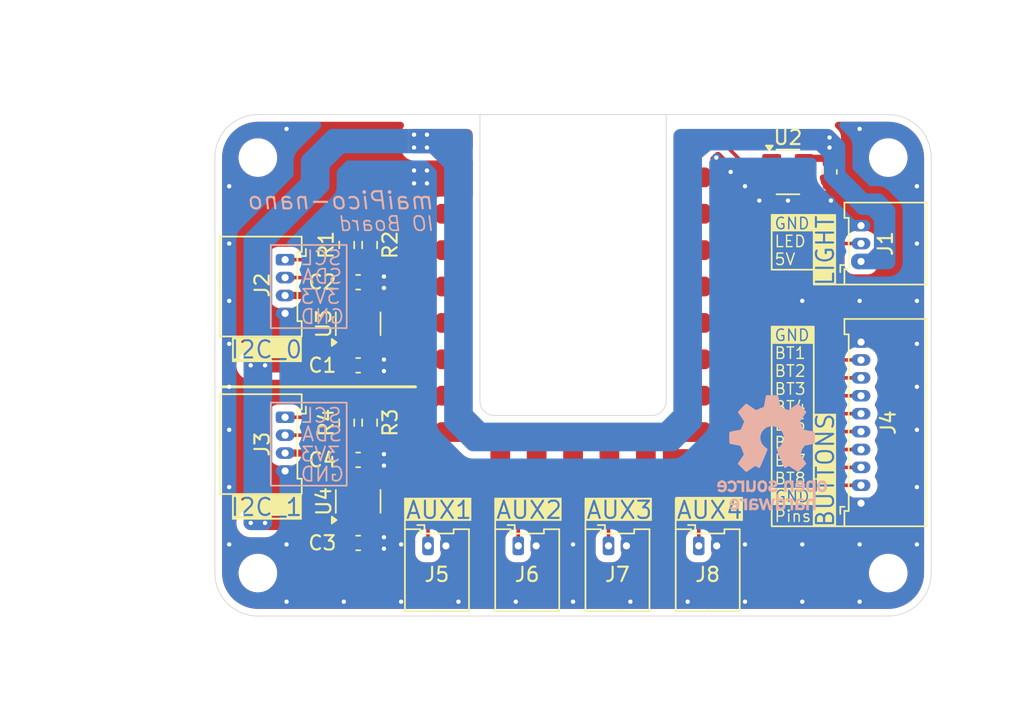
<source format=kicad_pcb>
(kicad_pcb (version 20240108) (generator "pcbnew") (generator_version "8.0")
  (layers (0 "F.Cu" signal) (31 "B.Cu" signal) (34 "B.Paste" user) (35 "F.Paste" user) (36 "B.SilkS" user "B.Silkscreen") (37 "F.SilkS" user "F.Silkscreen") (38 "B.Mask" user) (39 "F.Mask" user) (44 "Edge.Cuts" user))
  (net 0 "")
  (net 1 "/BTN1")
  (net 2 "/BTN8")
  (net 3 "/BTN2")
  (net 4 "/BTN3")
  (net 5 "/BTN5")
  (net 6 "GND")
  (net 7 "/BTN4")
  (net 8 "/BTN6")
  (net 9 "/BTN7")
  (net 10 "+5V")
  (net 11 "/AUX4")
  (net 13 "+3V3")
  (net 17 "/I2C_0{slash}VDD")
  (net 18 "/I2C_1{slash}VDD")
  (net 19 "/LED")
  (net 20 "/I2C_0{slash}SDA")
  (net 21 "/I2C_0{slash}SCL")
  (net 22 "/I2C_1{slash}SCL")
  (net 23 "/I2C_1{slash}SDA")
  (net 24 "/RP{slash}LED")
  (net 27 "/AUX1")
  (net 28 "/AUX2")
  (net 29 "/AUX3")
  (footprint "Connector_Molex:Molex_PicoBlade_53048-0410_1x04_P1.25mm_Horizontal" (layer "F.Cu") (at 79.9 109.125 -90)
    (property "Reference" "J3" (at 1.88 1.6 90) (layer "F.SilkS"))
    (property "Value" "Conn_01x04")
    (pad "1" thru_hole roundrect (at 0 0 270) (size 0.8 1.3) (drill 0.5) (layers "*.Cu" "*.Mask") (net 22 "/I2C_1{slash}SCL"))
    (pad "2" thru_hole oval (at 1.249999 0 270) (size 0.8 1.3) (drill 0.5) (layers "*.Cu" "*.Mask") (net 23 "/I2C_1{slash}SDA"))
    (pad "3" thru_hole oval (at 2.5 0 270) (size 0.8 1.3) (drill 0.5) (layers "*.Cu" "*.Mask") (net 18 "/I2C_1{slash}VDD"))
    (pad "4" thru_hole oval (at 3.749999 0 270) (size 0.8 1.3) (drill 0.5) (layers "*.Cu" "*.Mask") (net 6 "GND"))
  )
  (footprint "Connector_Molex:Molex_PicoBlade_53048-0410_1x04_P1.25mm_Horizontal" (layer "F.Cu") (at 79.9 98.125 -90)
    (property "Reference" "J2" (at 1.775 1.6 90) (layer "F.SilkS"))
    (property "Value" "Conn_01x04")
    (pad "1" thru_hole roundrect (at 0 0 270) (size 0.8 1.3) (drill 0.5) (layers "*.Cu" "*.Mask") (net 21 "/I2C_0{slash}SCL"))
    (pad "2" thru_hole oval (at 1.249999 0 270) (size 0.8 1.3) (drill 0.5) (layers "*.Cu" "*.Mask") (net 20 "/I2C_0{slash}SDA"))
    (pad "3" thru_hole oval (at 2.5 0 270) (size 0.8 1.3) (drill 0.5) (layers "*.Cu" "*.Mask") (net 17 "/I2C_0{slash}VDD"))
    (pad "4" thru_hole oval (at 3.749999 0 270) (size 0.8 1.3) (drill 0.5) (layers "*.Cu" "*.Mask") (net 6 "GND"))
  )
  (footprint "MountingHole:MountingHole_2.2mm_M2" (layer "F.Cu") (at 78 120)
    (property "Reference" "REF**" (hide yes))
    (property "Value" "MountingHole_2.2mm_M2")
    (pad "" np_thru_hole circle (at 0 0) (size 2.2 2.2) (drill 2.2) (layers "F&B.Cu" "*.Mask"))
  )
  (footprint "Connector_Molex:Molex_PicoBlade_53048-1010_1x10_P1.25mm_Horizontal" (layer "F.Cu") (at 120.1 115.125 90)
    (property "Reference" "J4" (at 5.625 1.9 90) (layer "F.SilkS"))
    (property "Value" "Conn_01x10")
    (pad "1" thru_hole roundrect (at 0 0 90) (size 0.8 1.3) (drill 0.5) (layers "*.Cu" "*.Mask") (net 6 "GND"))
    (pad "2" thru_hole oval (at 1.249999 0 90) (size 0.8 1.3) (drill 0.5) (layers "*.Cu" "*.Mask") (net 2 "/BTN8"))
    (pad "3" thru_hole oval (at 2.5 0 90) (size 0.8 1.3) (drill 0.5) (layers "*.Cu" "*.Mask") (net 9 "/BTN7"))
    (pad "4" thru_hole oval (at 3.749999 0 90) (size 0.8 1.3) (drill 0.5) (layers "*.Cu" "*.Mask") (net 8 "/BTN6"))
    (pad "5" thru_hole oval (at 5 0 90) (size 0.8 1.3) (drill 0.5) (layers "*.Cu" "*.Mask") (net 5 "/BTN5"))
    (pad "6" thru_hole oval (at 6.249999 0 90) (size 0.8 1.3) (drill 0.5) (layers "*.Cu" "*.Mask") (net 7 "/BTN4"))
    (pad "7" thru_hole oval (at 7.5 0 90) (size 0.8 1.3) (drill 0.5) (layers "*.Cu" "*.Mask") (net 4 "/BTN3"))
    (pad "8" thru_hole oval (at 8.75 0 90) (size 0.8 1.3) (drill 0.5) (layers "*.Cu" "*.Mask") (net 3 "/BTN2"))
    (pad "9" thru_hole oval (at 10 0 90) (size 0.8 1.3) (drill 0.5) (layers "*.Cu" "*.Mask") (net 1 "/BTN1"))
    (pad "10" thru_hole oval (at 11.25 0 90) (size 0.8 1.3) (drill 0.5) (layers "*.Cu" "*.Mask") (net 6 "GND"))
  )
  (footprint "Package_TO_SOT_SMD:SOT-23-5" (layer "F.Cu") (at 85 102.6 90)
    (property "Reference" "U3" (at 0 -2.4 -90) (layer "F.SilkS"))
    (property "Value" "ME6211C33M5")
    (pad "1" smd roundrect (at -1.1375 -0.949999 90) (size 1.325 0.6) (layers "F.Cu" "F.Paste" "F.Mask") (net 10 "+5V"))
    (pad "2" smd roundrect (at -1.1375 0 90) (size 1.325 0.6) (layers "F.Cu" "F.Paste" "F.Mask") (net 6 "GND"))
    (pad "3" smd roundrect (at -1.1375 0.949999 90) (size 1.325 0.6) (layers "F.Cu" "F.Paste" "F.Mask") (net 10 "+5V"))
    (pad "4" smd roundrect (at 1.1375 0.949999 90) (size 1.325 0.6) (layers "F.Cu" "F.Paste" "F.Mask"))
    (pad "5" smd roundrect (at 1.1375 -0.949999 90) (size 1.325 0.6) (layers "F.Cu" "F.Paste" "F.Mask") (net 17 "/I2C_0{slash}VDD"))
  )
  (footprint "Resistor_SMD:R_0603_1608Metric" (layer "F.Cu") (at 84.2 109.5 90)
    (property "Reference" "R4" (at 0 -1.43 90) (layer "F.SilkS"))
    (property "Value" "2.2K")
    (pad "1" smd roundrect (at -0.825 0 90) (size 0.8 0.95) (layers "F.Cu" "F.Paste" "F.Mask") (net 18 "/I2C_1{slash}VDD"))
    (pad "2" smd roundrect (at 0.825 0 90) (size 0.8 0.95) (layers "F.Cu" "F.Paste" "F.Mask") (net 22 "/I2C_1{slash}SCL"))
  )
  (footprint "Capacitor_SMD:C_0603_1608Metric" (layer "F.Cu") (at 85 117.9)
    (property "Reference" "C3" (at -2.5 0 0) (layer "F.SilkS"))
    (property "Value" "1uF")
    (pad "1" smd roundrect (at -0.775 0) (size 0.9 0.95) (layers "F.Cu" "F.Paste" "F.Mask") (net 10 "+5V"))
    (pad "2" smd roundrect (at 0.775 0) (size 0.9 0.95) (layers "F.Cu" "F.Paste" "F.Mask") (net 6 "GND"))
  )
  (footprint "Capacitor_SMD:C_0603_1608Metric" (layer "F.Cu") (at 85 112.1)
    (property "Reference" "C4" (at -2.5 0 0) (layer "F.SilkS"))
    (property "Value" "1uF")
    (pad "1" smd roundrect (at -0.775 0) (size 0.9 0.95) (layers "F.Cu" "F.Paste" "F.Mask") (net 18 "/I2C_1{slash}VDD"))
    (pad "2" smd roundrect (at 0.775 0) (size 0.9 0.95) (layers "F.Cu" "F.Paste" "F.Mask") (net 6 "GND"))
  )
  (footprint "Modules:RP2040-Zero" (layer "F.Cu") (at 100 100)
    (property "Reference" "U1" (hide yes))
    (property "Value" "RP2040-Zero")
    (fp_line (start -6.5 -12) (end 6.5 -12) (stroke (width 0.05)) (layer "Edge.Cuts"))
    (fp_line (start -6.5 8) (end -6.5 -12) (stroke (width 0.05)) (layer "Edge.Cuts"))
    (fp_line (start 5.5 9) (end -5.5 9) (stroke (width 0.05)) (layer "Edge.Cuts"))
    (fp_line (start 6.5 -12) (end 6.5 8) (stroke (width 0.05)) (layer "Edge.Cuts"))
    (fp_arc (start -5.5 9) (mid -6.207107 8.707107) (end -6.5 8) (stroke (width 0.05)) (layer "Edge.Cuts"))
    (fp_arc (start 6.5 8) (mid 6.207107 8.707107) (end 5.5 9) (stroke (width 0.05)) (layer "Edge.Cuts"))
    (pad "1" smd roundrect (at -8.31 -10.16) (size 2.54 1.38) (layers "F.Cu" "F.Paste" "F.Mask") (net 10 "+5V"))
    (pad "2" smd roundrect (at -8.31 -7.62) (size 2.54 1.38) (layers "F.Cu" "F.Paste" "F.Mask") (net 6 "GND"))
    (pad "3" smd roundrect (at -8.31 -5.08) (size 2.54 1.38) (layers "F.Cu" "F.Paste" "F.Mask") (net 13 "+3V3"))
    (pad "4" smd roundrect (at -8.31 -2.54) (size 2.54 1.38) (layers "F.Cu" "F.Paste" "F.Mask") (net 21 "/I2C_0{slash}SCL"))
    (pad "5" smd roundrect (at -8.31 0) (size 2.54 1.38) (layers "F.Cu" "F.Paste" "F.Mask") (net 20 "/I2C_0{slash}SDA"))
    (pad "6" smd roundrect (at -8.31 2.54) (size 2.54 1.38) (layers "F.Cu" "F.Paste" "F.Mask") (net 22 "/I2C_1{slash}SCL"))
    (pad "7" smd roundrect (at -8.31 5.08) (size 2.54 1.38) (layers "F.Cu" "F.Paste" "F.Mask") (net 23 "/I2C_1{slash}SDA"))
    (pad "8" smd roundrect (at -8.31 7.62) (size 2.54 1.38) (layers "F.Cu" "F.Paste" "F.Mask") (net 27 "/AUX1"))
    (pad "9" smd roundrect (at -8.31 10.16) (size 2.54 1.38) (layers "F.Cu" "F.Paste" "F.Mask") (net 28 "/AUX2"))
    (pad "10" smd roundrect (at -5.08 11.06) (size 1.38 2.54) (layers "F.Cu" "F.Paste" "F.Mask") (net 29 "/AUX3"))
    (pad "11" smd roundrect (at -2.54 11.06) (size 1.38 2.54) (layers "F.Cu" "F.Paste" "F.Mask") (net 11 "/AUX4"))
    (pad "12" smd roundrect (at 0 11.06) (size 1.38 2.54) (layers "F.Cu" "F.Paste" "F.Mask"))
    (pad "13" smd roundrect (at 2.54 11.06) (size 1.38 2.54) (layers "F.Cu" "F.Paste" "F.Mask"))
    (pad "14" smd roundrect (at 5.08 11.06) (size 1.38 2.54) (layers "F.Cu" "F.Paste" "F.Mask"))
    (pad "15" smd roundrect (at 8.31 10.16) (size 2.54 1.38) (layers "F.Cu" "F.Paste" "F.Mask") (net 2 "/BTN8"))
    (pad "16" smd roundrect (at 8.31 7.62) (size 2.54 1.38) (layers "F.Cu" "F.Paste" "F.Mask") (net 9 "/BTN7"))
    (pad "17" smd roundrect (at 8.31 5.08) (size 2.54 1.38) (layers "F.Cu" "F.Paste" "F.Mask") (net 8 "/BTN6"))
    (pad "18" smd roundrect (at 8.31 2.54) (size 2.54 1.38) (layers "F.Cu" "F.Paste" "F.Mask") (net 5 "/BTN5"))
    (pad "19" smd roundrect (at 8.31 0) (size 2.54 1.38) (layers "F.Cu" "F.Paste" "F.Mask") (net 7 "/BTN4"))
    (pad "20" smd roundrect (at 8.31 -2.54) (size 2.54 1.38) (layers "F.Cu" "F.Paste" "F.Mask") (net 4 "/BTN3"))
    (pad "21" smd roundrect (at 8.31 -5.08) (size 2.54 1.38) (layers "F.Cu" "F.Paste" "F.Mask") (net 3 "/BTN2"))
    (pad "22" smd roundrect (at 8.31 -7.62) (size 2.54 1.38) (layers "F.Cu" "F.Paste" "F.Mask") (net 1 "/BTN1"))
    (pad "23" smd roundrect (at 8.31 -10.16) (size 2.54 1.38) (layers "F.Cu" "F.Paste" "F.Mask") (net 24 "/RP{slash}LED"))
  )
  (footprint "MountingHole:MountingHole_2.2mm_M2" (layer "F.Cu") (at 122 120)
    (property "Reference" "REF**" (hide yes))
    (property "Value" "MountingHole_2.2mm_M2")
    (pad "" np_thru_hole circle (at 0 0) (size 2.2 2.2) (drill 2.2) (layers "F&B.Cu" "*.Mask"))
  )
  (footprint "Resistor_SMD:R_0603_1608Metric" (layer "F.Cu") (at 85.8 109.5 90)
    (property "Reference" "R3" (at 0 1.43 90) (layer "F.SilkS"))
    (property "Value" "2.2K")
    (pad "1" smd roundrect (at -0.825 0 90) (size 0.8 0.95) (layers "F.Cu" "F.Paste" "F.Mask") (net 18 "/I2C_1{slash}VDD"))
    (pad "2" smd roundrect (at 0.825 0 90) (size 0.8 0.95) (layers "F.Cu" "F.Paste" "F.Mask") (net 23 "/I2C_1{slash}SDA"))
  )
  (footprint "Package_TO_SOT_SMD:SOT-23-5" (layer "F.Cu") (at 115 92)
    (property "Reference" "U2" (at 0 -2.4 0) (layer "F.SilkS"))
    (property "Value" "SN74LV1T34DBV")
    (pad "1" smd roundrect (at -1.1375 -0.949999) (size 1.325 0.6) (layers "F.Cu" "F.Paste" "F.Mask"))
    (pad "2" smd roundrect (at -1.1375 0) (size 1.325 0.6) (layers "F.Cu" "F.Paste" "F.Mask") (net 24 "/RP{slash}LED"))
    (pad "3" smd roundrect (at -1.1375 0.949999) (size 1.325 0.6) (layers "F.Cu" "F.Paste" "F.Mask") (net 6 "GND"))
    (pad "4" smd roundrect (at 1.1375 0.949999) (size 1.325 0.6) (layers "F.Cu" "F.Paste" "F.Mask") (net 19 "/LED"))
    (pad "5" smd roundrect (at 1.1375 -0.949999) (size 1.325 0.6) (layers "F.Cu" "F.Paste" "F.Mask") (net 10 "+5V"))
  )
  (footprint "MountingHole:MountingHole_2.2mm_M2" (layer "F.Cu") (at 78 91)
    (property "Reference" "REF**" (hide yes))
    (property "Value" "MountingHole_2.2mm_M2")
    (pad "" np_thru_hole circle (at 0 0) (size 2.2 2.2) (drill 2.2) (layers "F&B.Cu" "*.Mask"))
  )
  (footprint "Connector_Molex:Molex_PicoBlade_53048-0210_1x02_P1.25mm_Horizontal" (layer "F.Cu") (at 102.475 118.1)
    (property "Reference" "J7" (at 0.62 2 0) (layer "F.SilkS"))
    (property "Value" "Conn_01x02")
    (pad "1" thru_hole roundrect (at 0 0) (size 0.8 1.3) (drill 0.5) (layers "*.Cu" "*.Mask") (net 29 "/AUX3"))
    (pad "2" thru_hole oval (at 1.25 0) (size 0.8 1.3) (drill 0.5) (layers "*.Cu" "*.Mask") (net 6 "GND"))
  )
  (footprint "Package_TO_SOT_SMD:SOT-23-5" (layer "F.Cu") (at 85 115 90)
    (property "Reference" "U4" (at 0 -2.4 -90) (layer "F.SilkS"))
    (property "Value" "ME6211C33M5")
    (pad "1" smd roundrect (at -1.1375 -0.949999 90) (size 1.325 0.6) (layers "F.Cu" "F.Paste" "F.Mask") (net 10 "+5V"))
    (pad "2" smd roundrect (at -1.1375 0 90) (size 1.325 0.6) (layers "F.Cu" "F.Paste" "F.Mask") (net 6 "GND"))
    (pad "3" smd roundrect (at -1.1375 0.949999 90) (size 1.325 0.6) (layers "F.Cu" "F.Paste" "F.Mask") (net 10 "+5V"))
    (pad "4" smd roundrect (at 1.1375 0.949999 90) (size 1.325 0.6) (layers "F.Cu" "F.Paste" "F.Mask"))
    (pad "5" smd roundrect (at 1.1375 -0.949999 90) (size 1.325 0.6) (layers "F.Cu" "F.Paste" "F.Mask") (net 18 "/I2C_1{slash}VDD"))
  )
  (footprint "Connector_Molex:Molex_PicoBlade_53048-0210_1x02_P1.25mm_Horizontal" (layer "F.Cu") (at 108.775 118.1)
    (property "Reference" "J8" (at 0.62 2 0) (layer "F.SilkS"))
    (property "Value" "Conn_01x02")
    (pad "1" thru_hole roundrect (at 0 0) (size 0.8 1.3) (drill 0.5) (layers "*.Cu" "*.Mask") (net 11 "/AUX4"))
    (pad "2" thru_hole oval (at 1.25 0) (size 0.8 1.3) (drill 0.5) (layers "*.Cu" "*.Mask") (net 6 "GND"))
  )
  (footprint "Capacitor_SMD:C_0603_1608Metric" (layer "F.Cu") (at 117.9 92 -90)
    (property "Reference" "C5" (hide yes))
    (property "Value" "1uF")
    (pad "1" smd roundrect (at -0.775 0 270) (size 0.9 0.95) (layers "F.Cu" "F.Paste" "F.Mask") (net 10 "+5V"))
    (pad "2" smd roundrect (at 0.775 0 270) (size 0.9 0.95) (layers "F.Cu" "F.Paste" "F.Mask") (net 6 "GND"))
  )
  (footprint "Connector_Molex:Molex_PicoBlade_53048-0210_1x02_P1.25mm_Horizontal" (layer "F.Cu") (at 96.175 118.1)
    (property "Reference" "J6" (at 0.62 2 0) (layer "F.SilkS"))
    (property "Value" "Conn_01x02")
    (pad "1" thru_hole roundrect (at 0 0) (size 0.8 1.3) (drill 0.5) (layers "*.Cu" "*.Mask") (net 28 "/AUX2"))
    (pad "2" thru_hole oval (at 1.25 0) (size 0.8 1.3) (drill 0.5) (layers "*.Cu" "*.Mask") (net 6 "GND"))
  )
  (footprint "MountingHole:MountingHole_2.2mm_M2" (layer "F.Cu") (at 122 91)
    (property "Reference" "REF**" (hide yes))
    (property "Value" "MountingHole_2.2mm_M2")
    (pad "" np_thru_hole circle (at 0 0) (size 2.2 2.2) (drill 2.2) (layers "*.Cu" "*.Mask"))
  )
  (footprint "Capacitor_SMD:C_0603_1608Metric" (layer "F.Cu") (at 85 99.7)
    (property "Reference" "C2" (at -2.5 0 0) (layer "F.SilkS"))
    (property "Value" "1uF")
    (pad "1" smd roundrect (at -0.775 0) (size 0.9 0.95) (layers "F.Cu" "F.Paste" "F.Mask") (net 17 "/I2C_0{slash}VDD"))
    (pad "2" smd roundrect (at 0.775 0) (size 0.9 0.95) (layers "F.Cu" "F.Paste" "F.Mask") (net 6 "GND"))
  )
  (footprint "Capacitor_SMD:C_0603_1608Metric" (layer "F.Cu") (at 85 105.5)
    (property "Reference" "C1" (at -2.5 0 0) (layer "F.SilkS"))
    (property "Value" "1uF")
    (pad "1" smd roundrect (at -0.775 0) (size 0.9 0.95) (layers "F.Cu" "F.Paste" "F.Mask") (net 10 "+5V"))
    (pad "2" smd roundrect (at 0.775 0) (size 0.9 0.95) (layers "F.Cu" "F.Paste" "F.Mask") (net 6 "GND"))
  )
  (footprint "Resistor_SMD:R_0603_1608Metric" (layer "F.Cu") (at 84.2 97.1 90)
    (property "Reference" "R1" (at 0 -1.43 90) (layer "F.SilkS"))
    (property "Value" "2.2K")
    (pad "1" smd roundrect (at -0.825 0 90) (size 0.8 0.95) (layers "F.Cu" "F.Paste" "F.Mask") (net 17 "/I2C_0{slash}VDD"))
    (pad "2" smd roundrect (at 0.825 0 90) (size 0.8 0.95) (layers "F.Cu" "F.Paste" "F.Mask") (net 21 "/I2C_0{slash}SCL"))
  )
  (footprint "Resistor_SMD:R_0603_1608Metric" (layer "F.Cu") (at 85.8 97.1 90)
    (property "Reference" "R2" (at 0 1.43 90) (layer "F.SilkS"))
    (property "Value" "2.2K")
    (pad "1" smd roundrect (at -0.825 0 90) (size 0.8 0.95) (layers "F.Cu" "F.Paste" "F.Mask") (net 17 "/I2C_0{slash}VDD"))
    (pad "2" smd roundrect (at 0.825 0 90) (size 0.8 0.95) (layers "F.Cu" "F.Paste" "F.Mask") (net 20 "/I2C_0{slash}SDA"))
  )
  (footprint "Connector_Molex:Molex_PicoBlade_53048-0210_1x02_P1.25mm_Horizontal" (layer "F.Cu") (at 89.875 118.1)
    (property "Reference" "J5" (at 0.62 2 0) (layer "F.SilkS"))
    (property "Value" "Conn_01x02")
    (pad "1" thru_hole roundrect (at 0 0) (size 0.8 1.3) (drill 0.5) (layers "*.Cu" "*.Mask") (net 27 "/AUX1"))
    (pad "2" thru_hole oval (at 1.25 0) (size 0.8 1.3) (drill 0.5) (layers "*.Cu" "*.Mask") (net 6 "GND"))
  )
  (footprint "Connector_Molex:Molex_PicoBlade_53048-0310_1x03_P1.25mm_Horizontal" (layer "F.Cu") (at 120.1 98.25 90)
    (property "Reference" "J1" (at 1.25 1.7 90) (layer "F.SilkS"))
    (property "Value" "Conn_01x03")
    (pad "1" thru_hole roundrect (at 0 0 90) (size 0.8 1.3) (drill 0.5) (layers "*.Cu" "*.Mask") (net 10 "+5V"))
    (pad "2" thru_hole oval (at 1.249999 0 90) (size 0.8 1.3) (drill 0.5) (layers "*.Cu" "*.Mask") (net 19 "/LED"))
    (pad "3" thru_hole oval (at 2.5 0 90) (size 0.8 1.3) (drill 0.5) (layers "*.Cu" "*.Mask") (net 6 "GND"))
  )
  (footprint "Symbol:OSHW-Logo_7.5x8mm_SilkScreen" (layer "B.Cu") (at 113.9 111.6 180)
    (property "Reference" "REF**" (hide yes))
    (property "Value" "OSHW-Logo_7.5x8mm_SilkScreen" (hide yes))
  )
  (gr_rect (start 78.9 97.1) (end 84.2 102.9) (stroke (width 0.12)) (fill none) (layer "B.SilkS"))
  (gr_rect (start 78.9 108.1) (end 84.2 113.9) (stroke (width 0.12)) (fill none) (layer "B.SilkS"))
  (gr_rect (start 113.9 102.85) (end 116.8 103.95) (stroke (width 0.1)) (fill none) (layer "F.SilkS"))
  (gr_rect (start 113.9 114.15) (end 114.1 115.2) (fill solid) (layer "F.SilkS"))
  (gr_rect (start 113.9 95) (end 116.8 96.1) (stroke (width 0.1)) (fill none) (layer "F.SilkS"))
  (gr_line (start 107.165 116.94) (end 107.165 114.8) (stroke (width 0.12)) (layer "F.SilkS"))
  (gr_rect (start 113.9 102.85) (end 114.1 103.9) (fill solid) (layer "F.SilkS"))
  (gr_line (start 118.94 116.735) (end 116.8 116.735) (stroke (width 0.12)) (layer "F.SilkS"))
  (gr_line (start 118.94 99.86) (end 116.8 99.86) (stroke (width 0.12)) (layer "F.SilkS"))
  (gr_line (start 75.5 107) (end 89 107) (stroke (width 0.2)) (layer "F.SilkS"))
  (gr_rect (start 116.45 95) (end 116.8 96.05) (fill solid) (layer "F.SilkS"))
  (gr_rect (start 116.45 114.125) (end 116.8 115.175) (fill solid) (layer "F.SilkS"))
  (gr_line (start 88.265 116.94) (end 88.265 114.8) (stroke (width 0.12)) (layer "F.SilkS"))
  (gr_rect (start 116.45 102.875) (end 116.8 103.925) (fill solid) (layer "F.SilkS"))
  (gr_line (start 94.565 116.94) (end 94.565 114.8) (stroke (width 0.12)) (layer "F.SilkS"))
  (gr_rect (start 113.865 95) (end 116.8 98.8254) (stroke (width 0.12)) (fill none) (layer "F.SilkS"))
  (gr_rect (start 113.865 102.8) (end 116.8 116.735) (stroke (width 0.12)) (fill none) (layer "F.SilkS"))
  (gr_line (start 100.865 116.94) (end 100.865 114.8) (stroke (width 0.12)) (layer "F.SilkS"))
  (gr_rect (start 113.9 114.1) (end 116.8 115.2) (stroke (width 0.1)) (fill none) (layer "F.SilkS"))
  (gr_rect (start 113.9 95) (end 114.1 96.05) (fill solid) (layer "F.SilkS"))
  (gr_line (start 78 88) (end 122 88) (stroke (width 0.05)) (layer "Edge.Cuts"))
  (gr_line (start 75 120) (end 75 91) (stroke (width 0.05)) (layer "Edge.Cuts"))
  (gr_arc (start 125 120) (mid 124.12132 122.12132) (end 122 123) (stroke (width 0.05)) (layer "Edge.Cuts"))
  (gr_line (start 122 123) (end 78 123) (stroke (width 0.05)) (layer "Edge.Cuts"))
  (gr_line (start 125 91) (end 125 120) (stroke (width 0.05)) (layer "Edge.Cuts"))
  (gr_arc (start 122 88) (mid 124.12132 88.87868) (end 125 91) (stroke (width 0.05)) (layer "Edge.Cuts"))
  (gr_arc (start 75 91) (mid 75.87868 88.87868) (end 78 88) (stroke (width 0.05)) (layer "Edge.Cuts"))
  (gr_arc (start 78 123) (mid 75.87868 122.12132) (end 75 120) (stroke (width 0.05)) (layer "Edge.Cuts"))
  (gr_text "SCL" (at 81 109 0) (layer "B.SilkS") (effects (font (size 1 1) (thickness 0.12)) (justify right mirror)))
  (gr_text "SDA" (at 81 110.3 0) (layer "B.SilkS") (effects (font (size 1 1) (thickness 0.12)) (justify right mirror)))
  (gr_text "3V3" (at 80.9 111.7 0) (layer "B.SilkS") (effects (font (size 1 1) (thickness 0.12)) (justify right mirror)))
  (gr_text "3V3" (at 80.9 100.7 0) (layer "B.SilkS") (effects (font (size 1 1) (thickness 0.12)) (justify right mirror)))
  (gr_text "maiPico-nano" (at 90.4 94.7 0) (layer "B.SilkS") (effects (font (size 1.2 1.2) (thickness 0.15) (italic yes)) (justify left bottom mirror)))
  (gr_text "SCL" (at 81 98 0) (layer "B.SilkS") (effects (font (size 1 1) (thickness 0.12)) (justify right mirror)))
  (gr_text "GND" (at 80.9 113.1 0) (layer "B.SilkS") (effects (font (size 1 1) (thickness 0.12)) (justify right mirror)))
  (gr_text "IO Board" (at 90.4 96.2 0) (layer "B.SilkS") (effects (font (size 1 1) (thickness 0.12) (italic yes)) (justify left bottom mirror)))
  (gr_text "GND" (at 80.9 102.1 0) (layer "B.SilkS") (effects (font (size 1 1) (thickness 0.12)) (justify right mirror)))
  (gr_text "SDA" (at 81 99.3 0) (layer "B.SilkS") (effects (font (size 1 1) (thickness 0.12)) (justify right mirror)))
  (gr_text "LED" (at 114 96.85 0) (layer "F.SilkS") (effects (font (size 0.8 0.8) (thickness 0.1)) (justify left)))
  (gr_text "BT5" (at 114 109.65 0) (layer "F.SilkS") (effects (font (size 0.8 0.8) (thickness 0.1)) (justify left)))
  (gr_text "GND" (at 114 114.65 0) (layer "F.SilkS" knockout) (effects (font (size 0.8 0.8) (thickness 0.1)) (justify left)))
  (gr_text "LIGHT" (at 116.9 100.05 90) (layer "F.SilkS" knockout) (effects (font (size 1.2 1.2)) (justify left top)))
  (gr_text "I2C_0" (at 78.6 103.7 0) (layer "F.SilkS" knockout) (effects (font (size 1.2 1.2)) (justify top)))
  (gr_text "BT6" (at 114 110.9 0) (layer "F.SilkS") (effects (font (size 0.8 0.8) (thickness 0.1)) (justify left)))
  (gr_text "GND" (at 114 95.6 0) (layer "F.SilkS" knockout) (effects (font (size 0.8 0.8) (thickness 0.1)) (justify left)))
  (gr_text "5V" (at 114 98.1 0) (layer "F.SilkS") (effects (font (size 0.8 0.8) (thickness 0.1)) (justify left)))
  (gr_text "BT3" (at 114 107.15 0) (layer "F.SilkS") (effects (font (size 0.8 0.8) (thickness 0.1)) (justify left)))
  (gr_text "AUX1" (at 88.25 114.9 0) (layer "F.SilkS" knockout) (effects (font (size 1.2 1.2)) (justify left top)))
  (gr_text "BT4" (at 114 108.4 0) (layer "F.SilkS") (effects (font (size 0.8 0.8) (thickness 0.1)) (justify left)))
  (gr_text "GND" (at 114 103.4 0) (layer "F.SilkS" knockout) (effects (font (size 0.8 0.8) (thickness 0.1)) (justify left)))
  (gr_text "AUX2" (at 94.55 114.9 0) (layer "F.SilkS" knockout) (effects (font (size 1.2 1.2)) (justify left top)))
  (gr_text "I2C_1" (at 78.6 114.7 0) (layer "F.SilkS" knockout) (effects (font (size 1.2 1.2)) (justify top)))
  (gr_text "BT1" (at 114 104.65 0) (layer "F.SilkS") (effects (font (size 0.8 0.8) (thickness 0.1)) (justify left)))
  (gr_text "AUX4" (at 107.15 114.9 0) (layer "F.SilkS" knockout) (effects (font (size 1.2 1.2)) (justify left top)))
  (gr_text "BT7" (at 114 112.15 0) (layer "F.SilkS") (effects (font (size 0.8 0.8) (thickness 0.1)) (justify left)))
  (gr_text "Pins" (at 114 116.5 0) (layer "F.SilkS") (effects (font (size 0.8 0.8) (thickness 0.1)) (justify left bottom)))
  (gr_text "AUX3" (at 100.85 114.9 0) (layer "F.SilkS" knockout) (effects (font (size 1.2 1.2)) (justify left top)))
  (gr_text "BT2" (at 114 105.9 0) (layer "F.SilkS") (effects (font (size 0.8 0.8) (thickness 0.1)) (justify left)))
  (gr_text "BUTTONS" (at 116.9 116.9 90) (layer "F.SilkS" knockout) (effects (font (size 1.2 1.2)) (justify left top)))
  (gr_text "BT8" (at 114 113.4 0) (layer "F.SilkS") (effects (font (size 0.8 0.8) (thickness 0.1)) (justify left)))
  (segment (start 118.725 105.125) (end 120.1 105.125) (width 0.25) (layer "F.Cu") (net 1))
  (segment (start 108.31 92.38) (end 109.88 92.38) (width 0.25) (layer "F.Cu") (net 1))
  (segment (start 109.88 92.38) (end 114 96.5) (width 0.25) (layer "F.Cu") (net 1))
  (segment (start 114 100.4) (end 118.725 105.125) (width 0.25) (layer "F.Cu") (net 1))
  (segment (start 114 96.5) (end 114 100.4) (width 0.25) (layer "F.Cu") (net 1))
  (segment (start 115.06 110.16) (end 108.31 110.16) (width 0.25) (layer "F.Cu") (net 2))
  (segment (start 118.775001 113.875001) (end 115.06 110.16) (width 0.25) (layer "F.Cu") (net 2))
  (segment (start 120.1 113.875001) (end 118.775001 113.875001) (width 0.25) (layer "F.Cu") (net 2))
  (segment (start 118.775 106.375) (end 113 100.6) (width 0.25) (layer "F.Cu") (net 3))
  (segment (start 108.31 94.92) (end 109.92 94.92) (width 0.25) (layer "F.Cu") (net 3))
  (segment (start 113 98) (end 113 100.6) (width 0.25) (layer "F.Cu") (net 3))
  (segment (start 120.1 106.375) (end 118.775 106.375) (width 0.25) (layer "F.Cu") (net 3))
  (segment (start 109.92 94.92) (end 113 98) (width 0.25) (layer "F.Cu") (net 3))
  (segment (start 108.31 97.46) (end 109.96 97.46) (width 0.25) (layer "F.Cu") (net 4))
  (segment (start 118.725 107.625) (end 120.1 107.625) (width 0.25) (layer "F.Cu") (net 4))
  (segment (start 112 100.9) (end 118.725 107.625) (width 0.25) (layer "F.Cu") (net 4))
  (segment (start 112 99.5) (end 112 100.9) (width 0.25) (layer "F.Cu") (net 4))
  (segment (start 109.96 97.46) (end 112 99.5) (width 0.25) (layer "F.Cu") (net 4))
  (segment (start 111.14 102.54) (end 108.31 102.54) (width 0.25) (layer "F.Cu") (net 5))
  (segment (start 118.725 110.125) (end 111.14 102.54) (width 0.25) (layer "F.Cu") (net 5))
  (segment (start 120.1 110.125) (end 118.725 110.125) (width 0.25) (layer "F.Cu") (net 5))
  (segment (start 85 104.725) (end 85 103.7375) (width 0.5) (layer "F.Cu") (net 6))
  (segment (start 85.775 105.5) (end 85 104.725) (width 0.5) (layer "F.Cu") (net 6))
  (segment (start 85.775 117.9) (end 85 117.125) (width 0.5) (layer "F.Cu") (net 6))
  (segment (start 85 117.125) (end 85 116.1375) (width 0.5) (layer "F.Cu") (net 6))
  (via (at 110 91) (size 0.6) (drill 0.3) (layers "F.Cu" "B.Cu") (net 6))
  (via (at 76 107) (size 0.6) (drill 0.3) (layers "F.Cu" "B.Cu") (net 6))
  (via (at 118 94) (size 0.6) (drill 0.3) (layers "F.Cu" "B.Cu") (net 6))
  (via (at 112 118) (size 0.6) (drill 0.3) (layers "F.Cu" "B.Cu") (net 6))
  (via (at 112 122) (size 0.6) (drill 0.3) (layers "F.Cu" "B.Cu") (net 6))
  (via (at 88.9 91.9) (size 0.6) (drill 0.3) (layers "F.Cu" "B.Cu") (net 6))
  (via (at 96 122) (size 0.6) (drill 0.3) (layers "F.Cu" "B.Cu") (net 6))
  (via (at 124 101) (size 0.6) (drill 0.3) (layers "F.Cu" "B.Cu") (net 6))
  (via (at 86.8 100.1) (size 0.6) (drill 0.3) (layers "F.Cu" "B.Cu") (net 6))
  (via (at 124 107) (size 0.6) (drill 0.3) (layers "F.Cu" "B.Cu") (net 6))
  (via (at 116 122) (size 0.6) (drill 0.3) (layers "F.Cu" "B.Cu") (net 6))
  (via (at 113 94) (size 0.6) (drill 0.3) (layers "F.Cu" "B.Cu") (net 6))
  (via (at 100 122) (size 0.6) (drill 0.3) (layers "F.Cu" "B.Cu") (net 6))
  (via (at 116 101) (size 0.6) (drill 0.3) (layers "F.Cu" "B.Cu") (net 6))
  (via (at 92 122) (size 0.6) (drill 0.3) (layers "F.Cu" "B.Cu") (net 6))
  (via (at 76 93) (size 0.6) (drill 0.3) (layers "F.Cu" "B.Cu") (net 6))
  (via (at 76 101) (size 0.6) (drill 0.3) (layers "F.Cu" "B.Cu") (net 6))
  (via (at 124 104) (size 0.6) (drill 0.3) (layers "F.Cu" "B.Cu") (net 6))
  (via (at 120 122) (size 0.6) (drill 0.3) (layers "F.Cu" "B.Cu") (net 6))
  (via (at 76 114) (size 0.6) (drill 0.3) (layers "F.Cu" "B.Cu") (net 6))
  (via (at 86.8 112.5) (size 0.6) (drill 0.3) (layers "F.Cu" "B.Cu") (net 6))
  (via (at 89.8 91.9) (size 0.6) (drill 0.3) (layers "F.Cu" "B.Cu") (net 6))
  (via (at 88.9 92.8) (size 0.6) (drill 0.3) (layers "F.Cu" "B.Cu") (net 6))
  (via (at 80 122) (size 0.6) (drill 0.3) (layers "F.Cu" "B.Cu") (net 6))
  (via (at 76 110) (size 0.6) (drill 0.3) (layers "F.Cu" "B.Cu") (net 6))
  (via (at 89.8 92.8) (size 0.6) (drill 0.3) (layers "F.Cu" "B.Cu") (net 6))
  (via (at 111 92) (size 0.6) (drill 0.3) (layers "F.Cu" "B.Cu") (net 6))
  (via (at 86.8 99.3) (size 0.6) (drill 0.3) (layers "F.Cu" "B.Cu") (net 6))
  (via (at 124 110) (size 0.6) (drill 0.3) (layers "F.Cu" "B.Cu") (net 6))
  (via (at 80 118) (size 0.6) (drill 0.3) (layers "F.Cu" "B.Cu") (net 6))
  (via (at 108 122) (size 0.6) (drill 0.3) (layers "F.Cu" "B.Cu") (net 6))
  (via (at 88 122) (size 0.6) (drill 0.3) (layers "F.Cu" "B.Cu") (net 6))
  (via (at 76 97) (size 0.6) (drill 0.3) (layers "F.Cu" "B.Cu") (net 6))
  (via (at 120 89) (size 0.6) (drill 0.3) (layers "F.Cu" "B.Cu") (net 6))
  (via (at 86.8 111.7) (size 0.6) (drill 0.3) (layers "F.Cu" "B.Cu") (net 6))
  (via (at 86.8 105.1) (size 0.6) (drill 0.3) (layers "F.Cu" "B.Cu") (net 6))
  (via (at 115 94) (size 0.6) (drill 0.3) (layers "F.Cu" "B.Cu") (net 6))
  (via (at 84 122) (size 0.6) (drill 0.3) (layers "F.Cu" "B.Cu") (net 6))
  (via (at 124 97) (size 0.6) (drill 0.3) (layers "F.Cu" "B.Cu") (net 6))
  (via (at 86.8 118.3) (size 0.6) (drill 0.3) (layers "F.Cu" "B.Cu") (net 6))
  (via (at 120 118) (size 0.6) (drill 0.3) (layers "F.Cu" "B.Cu") (net 6))
  (via (at 104 122) (size 0.6) (drill 0.3) (layers "F.Cu" "B.Cu") (net 6))
  (via (at 116 118) (size 0.6) (drill 0.3) (layers "F.Cu" "B.Cu") (net 6))
  (via (at 120 101) (size 0.6) (drill 0.3) (layers "F.Cu" "B.Cu") (net 6))
  (via (at 76 118) (size 0.6) (drill 0.3) (layers "F.Cu" "B.Cu") (net 6))
  (via (at 88 118) (size 0.6) (drill 0.3) (layers "F.Cu" "B.Cu") (net 6))
  (via (at 124 118) (size 0.6) (drill 0.3) (layers "F.Cu" "B.Cu") (net 6))
  (via (at 86.8 117.5) (size 0.6) (drill 0.3) (layers "F.Cu" "B.Cu") (net 6))
  (via (at 100 118) (size 0.6) (drill 0.3) (layers "F.Cu" "B.Cu") (net 6))
  (via (at 124 114) (size 0.6) (drill 0.3) (layers "F.Cu" "B.Cu") (net 6))
  (via (at 76 104) (size 0.6) (drill 0.3) (layers "F.Cu" "B.Cu") (net 6))
  (via (at 80 89) (size 0.6) (drill 0.3) (layers "F.Cu" "B.Cu") (net 6))
  (via (at 86.8 105.9) (size 0.6) (drill 0.3) (layers "F.Cu" "B.Cu") (net 6))
  (via (at 112 93) (size 0.6) (drill 0.3) (layers "F.Cu" "B.Cu") (net 6))
  (via (at 124 93) (size 0.6) (drill 0.3) (layers "F.Cu" "B.Cu") (net 6))
  (segment (start 120.1 108.875001) (end 118.775001 108.875001) (width 0.25) (layer "F.Cu") (net 7))
  (segment (start 118.775001 108.875001) (end 109.9 100) (width 0.25) (layer "F.Cu") (net 7))
  (segment (start 109.9 100) (end 108.31 100) (width 0.25) (layer "F.Cu") (net 7))
  (segment (start 120.1 111.375001) (end 118.775001 111.375001) (width 0.25) (layer "F.Cu") (net 8))
  (segment (start 118.775001 111.375001) (end 112.48 105.08) (width 0.25) (layer "F.Cu") (net 8))
  (segment (start 112.48 105.08) (end 108.31 105.08) (width 0.25) (layer "F.Cu") (net 8))
  (segment (start 118.725 112.625) (end 113.72 107.62) (width 0.25) (layer "F.Cu") (net 9))
  (segment (start 120.1 112.625) (end 118.725 112.625) (width 0.25) (layer "F.Cu") (net 9))
  (segment (start 113.72 107.62) (end 108.31 107.62) (width 0.25) (layer "F.Cu") (net 9))
  (segment (start 84.050001 105.325001) (end 84.225 105.5) (width 0.5) (layer "F.Cu") (net 10))
  (segment (start 84.050001 102.849999) (end 84.050001 103.7375) (width 0.25) (layer "F.Cu") (net 10))
  (segment (start 84.050001 103.7375) (end 84.050001 105.325001) (width 0.5) (layer "F.Cu") (net 10))
  (segment (start 117.725001 91.050001) (end 117.9 91.225) (width 0.5) (layer "F.Cu") (net 10))
  (segment (start 84.050001 117.725001) (end 84.225 117.9) (width 0.5) (layer "F.Cu") (net 10))
  (segment (start 85.949999 115.249999) (end 85.7 115) (width 0.25) (layer "F.Cu") (net 10))
  (segment (start 85.7 115) (end 84.3 115) (width 0.25) (layer "F.Cu") (net 10))
  (segment (start 84.3 115) (end 84.050001 115.249999) (width 0.25) (layer "F.Cu") (net 10))
  (segment (start 85.949999 102.849999) (end 85.7 102.6) (width 0.25) (layer "F.Cu") (net 10))
  (segment (start 84.050001 116.1375) (end 84.050001 117.725001) (width 0.5) (layer "F.Cu") (net 10))
  (segment (start 85.949999 116.1375) (end 85.949999 115.249999) (width 0.25) (layer "F.Cu") (net 10))
  (segment (start 84.050001 115.249999) (end 84.050001 116.1375) (width 0.25) (layer "F.Cu") (net 10))
  (segment (start 84.3 102.6) (end 84.050001 102.849999) (width 0.25) (layer "F.Cu") (net 10))
  (segment (start 116.1375 91.050001) (end 117.725001 91.050001) (width 0.5) (layer "F.Cu") (net 10))
  (segment (start 85.7 102.6) (end 84.3 102.6) (width 0.25) (layer "F.Cu") (net 10))
  (segment (start 85.949999 103.7375) (end 85.949999 102.849999) (width 0.25) (layer "F.Cu") (net 10))
  (via (at 117.9 89.6) (size 0.6) (drill 0.3) (layers "F.Cu" "B.Cu") (net 10))
  (via (at 88.9 89.4) (size 0.6) (drill 0.3) (layers "F.Cu" "B.Cu") (net 10))
  (via (at 89.8 90.3) (size 0.6) (drill 0.3) (layers "F.Cu" "B.Cu") (net 10))
  (via (at 117.9 90.3) (size 0.6) (drill 0.3) (layers "F.Cu" "B.Cu") (net 10))
  (via (at 89.8 89.4) (size 0.6) (drill 0.3) (layers "F.Cu" "B.Cu") (net 10))
  (via (at 77.5 105.5) (size 0.6) (drill 0.3) (layers "F.Cu" "B.Cu") (net 10))
  (via (at 88.9 90.3) (size 0.6) (drill 0.3) (layers "F.Cu" "B.Cu") (net 10))
  (via (at 78.5 116.5) (size 0.6) (drill 0.3) (layers "F.Cu" "B.Cu") (net 10))
  (via (at 77.5 116.5) (size 0.6) (drill 0.3) (layers "F.Cu" "B.Cu") (net 10))
  (via (at 78.5 105.5) (size 0.6) (drill 0.3) (layers "F.Cu" "B.Cu") (net 10))
  (segment (start 100.8 115) (end 97.46 111.66) (width 0.25) (layer "F.Cu") (net 11))
  (segment (start 107 115) (end 100.8 115) (width 0.25) (layer "F.Cu") (net 11))
  (segment (start 108.775 116.775) (end 107 115) (width 0.25) (layer "F.Cu") (net 11))
  (segment (start 97.46 111.66) (end 97.46 111.06) (width 0.25) (layer "F.Cu") (net 11))
  (segment (start 108.775 118.1) (end 108.775 116.775) (width 0.25) (layer "F.Cu") (net 11))
  (segment (start 85.8 97.925) (end 84.2 97.925) (width 0.5) (layer "F.Cu") (net 17))
  (segment (start 82.375 100.625) (end 83.3 99.7) (width 0.5) (layer "F.Cu") (net 17))
  (segment (start 83.3 99.7) (end 84.225 99.7) (width 0.5) (layer "F.Cu") (net 17))
  (segment (start 84.225 99.7) (end 84.225 97.95) (width 0.5) (layer "F.Cu") (net 17))
  (segment (start 84.050001 99.874999) (end 84.225 99.7) (width 0.5) (layer "F.Cu") (net 17))
  (segment (start 84.225 97.95) (end 84.2 97.925) (width 0.5) (layer "F.Cu") (net 17))
  (segment (start 79.9 100.625) (end 82.375 100.625) (width 0.5) (layer "F.Cu") (net 17))
  (segment (start 84.050001 101.4625) (end 84.050001 99.874999) (width 0.5) (layer "F.Cu") (net 17))
  (segment (start 84.050001 113.8625) (end 84.050001 112.274999) (width 0.5) (layer "F.Cu") (net 18))
  (segment (start 82.625 111.625) (end 79.9 111.625) (width 0.5) (layer "F.Cu") (net 18))
  (segment (start 85.8 110.325) (end 84.2 110.325) (width 0.5) (layer "F.Cu") (net 18))
  (segment (start 82.625 111.625) (end 83.1 112.1) (width 0.5) (layer "F.Cu") (net 18))
  (segment (start 83.1 112.1) (end 84.225 112.1) (width 0.5) (layer "F.Cu") (net 18))
  (segment (start 84.050001 112.274999) (end 84.225 112.1) (width 0.5) (layer "F.Cu") (net 18))
  (segment (start 84.225 110.35) (end 84.2 110.325) (width 0.5) (layer "F.Cu") (net 18))
  (segment (start 84.225 112.1) (end 84.225 110.35) (width 0.5) (layer "F.Cu") (net 18))
  (segment (start 118.900001 97.000001) (end 117 95.1) (width 0.25) (layer "F.Cu") (net 19))
  (segment (start 120.1 97.000001) (end 118.900001 97.000001) (width 0.25) (layer "F.Cu") (net 19))
  (segment (start 117 95.1) (end 117 93.4) (width 0.25) (layer "F.Cu") (net 19))
  (segment (start 116.549999 92.949999) (end 116.1375 92.949999) (width 0.25) (layer "F.Cu") (net 19))
  (segment (start 117 93.4) (end 116.549999 92.949999) (width 0.25) (layer "F.Cu") (net 19))
  (segment (start 85.8 96.275) (end 84.975 97.1) (width 0.25) (layer "F.Cu") (net 20))
  (segment (start 90 100) (end 89 99) (width 0.25) (layer "F.Cu") (net 20))
  (segment (start 83.5 97.1) (end 81.225001 99.374999) (width 0.25) (layer "F.Cu") (net 20))
  (segment (start 87.275 96.275) (end 85.8 96.275) (width 0.25) (layer "F.Cu") (net 20))
  (segment (start 84.975 97.1) (end 83.5 97.1) (width 0.25) (layer "F.Cu") (net 20))
  (segment (start 89 98) (end 87.275 96.275) (width 0.25) (layer "F.Cu") (net 20))
  (segment (start 81.225001 99.374999) (end 79.9 99.374999) (width 0.25) (layer "F.Cu") (net 20))
  (segment (start 91.69 100) (end 90 100) (width 0.25) (layer "F.Cu") (net 20))
  (segment (start 89 99) (end 89 98) (width 0.25) (layer "F.Cu") (net 20))
  (segment (start 81.375 98.125) (end 79.9 98.125) (width 0.25) (layer "F.Cu") (net 21))
  (segment (start 84.2 96.275) (end 84.975 95.5) (width 0.25) (layer "F.Cu") (net 21))
  (segment (start 89.46 97.46) (end 91.69 97.46) (width 0.25) (layer "F.Cu") (net 21))
  (segment (start 84.975 95.5) (end 87.5 95.5) (width 0.25) (layer "F.Cu") (net 21))
  (segment (start 87.5 95.5) (end 89.46 97.46) (width 0.25) (layer "F.Cu") (net 21))
  (segment (start 83.225 96.275) (end 81.375 98.125) (width 0.25) (layer "F.Cu") (net 21))
  (segment (start 84.2 96.275) (end 83.225 96.275) (width 0.25) (layer "F.Cu") (net 21))
  (segment (start 88.5 103.5) (end 88.5 106.5) (width 0.25) (layer "F.Cu") (net 22))
  (segment (start 82.025 108.675) (end 84.2 108.675) (width 0.25) (layer "F.Cu") (net 22))
  (segment (start 89.46 102.54) (end 88.5 103.5) (width 0.25) (layer "F.Cu") (net 22))
  (segment (start 81.575 109.125) (end 82.025 108.675) (width 0.25) (layer "F.Cu") (net 22))
  (segment (start 81.575 109.125) (end 79.9 109.125) (width 0.25) (layer "F.Cu") (net 22))
  (segment (start 87.1 107.9) (end 84.975 107.9) (width 0.25) (layer "F.Cu") (net 22))
  (segment (start 88.5 106.5) (end 87.1 107.9) (width 0.25) (layer "F.Cu") (net 22))
  (segment (start 84.975 107.9) (end 84.2 108.675) (width 0.25) (layer "F.Cu") (net 22))
  (segment (start 91.69 102.54) (end 89.46 102.54) (width 0.25) (layer "F.Cu") (net 22))
  (segment (start 81.624999 110.374999) (end 79.9 110.374999) (width 0.25) (layer "F.Cu") (net 23))
  (segment (start 89.5 105.5) (end 89.5 106.5) (width 0.25) (layer "F.Cu") (net 23))
  (segment (start 89.92 105.08) (end 89.5 105.5) (width 0.25) (layer "F.Cu") (net 23))
  (segment (start 81.625 110.375) (end 81.624999 110.374999) (width 0.25) (layer "F.Cu") (net 23))
  (segment (start 91.69 105.08) (end 89.92 105.08) (width 0.25) (layer "F.Cu") (net 23))
  (segment (start 81.625 110.375) (end 82.5 109.5) (width 0.25) (layer "F.Cu") (net 23))
  (segment (start 82.5 109.5) (end 84.975 109.5) (width 0.25) (layer "F.Cu") (net 23))
  (segment (start 87.325 108.675) (end 85.8 108.675) (width 0.25) (layer "F.Cu") (net 23))
  (segment (start 84.975 109.5) (end 85.8 108.675) (width 0.25) (layer "F.Cu") (net 23))
  (segment (start 89.5 106.5) (end 87.325 108.675) (width 0.25) (layer "F.Cu") (net 23))
  (segment (start 113.8625 92) (end 112.5 92) (width 0.25) (layer "F.Cu") (net 24))
  (segment (start 110.34 89.84) (end 108.31 89.84) (width 0.25) (layer "F.Cu") (net 24))
  (segment (start 112.5 92) (end 110.34 89.84) (width 0.25) (layer "F.Cu") (net 24))
  (segment (start 91.08 107.62) (end 91.69 107.62) (width 0.25) (layer "F.Cu") (net 27))
  (segment (start 89 114) (end 89 109.7) (width 0.25) (layer "F.Cu") (net 27))
  (segment (start 89 109.7) (end 91.08 107.62) (width 0.25) (layer "F.Cu") (net 27))
  (segment (start 89.875 118.1) (end 89.875 114.875) (width 0.25) (layer "F.Cu") (net 27))
  (segment (start 89.875 114.875) (end 89 114) (width 0.25) (layer "F.Cu") (net 27))
  (segment (start 91 114) (end 90 113) (width 0.25) (layer "F.Cu") (net 28))
  (segment (start 96.175 118.1) (end 96.175 115.175) (width 0.25) (layer "F.Cu") (net 28))
  (segment (start 90 113) (end 90 111.3) (width 0.25) (layer "F.Cu") (net 28))
  (segment (start 91.14 110.16) (end 91.69 110.16) (width 0.25) (layer "F.Cu") (net 28))
  (segment (start 90 111.3) (end 91.14 110.16) (width 0.25) (layer "F.Cu") (net 28))
  (segment (start 95 114) (end 91 114) (width 0.25) (layer "F.Cu") (net 28))
  (segment (start 96.175 115.175) (end 95 114) (width 0.25) (layer "F.Cu") (net 28))
  (segment (start 102.475 118.1) (end 102.475 116.475) (width 0.25) (layer "F.Cu") (net 29))
  (segment (start 101.5 115.5) (end 98.8 115.5) (width 0.25) (layer "F.Cu") (net 29))
  (segment (start 98.8 115.5) (end 94.92 111.62) (width 0.25) (layer "F.Cu") (net 29))
  (segment (start 94.92 111.62) (end 94.92 111.06) (width 0.25) (layer "F.Cu") (net 29))
  (segment (start 102.475 116.475) (end 101.5 115.5) (width 0.25) (layer "F.Cu") (net 29))
  (zone (net 10) (net_name "+5V") (layer "F.Cu") (priority 100) (connect_pads yes (clearance 0.2)) (min_thickness 0.25) (fill yes (thermal_gap 0.5) (thermal_bridge_width 0.5) (smoothing fillet) (radius 0.4))
    (polygon (pts (xy 93 89) (xy 93 90.7) (xy 88.5 90.7) (xy 88.5 89)))
  )
  (zone (net 6) (net_name "GND") (layer "F.Cu") (priority 100) (connect_pads yes (clearance 0.2)) (min_thickness 0.25) (fill yes (thermal_gap 0.5) (thermal_bridge_width 0.5) (smoothing fillet) (radius 0.4))
    (polygon (pts (xy 93 91.2) (xy 93 93.7) (xy 88.5 93.7) (xy 88.5 91.2)))
  )
  (zone (net 10) (net_name "+5V") (layer "F.Cu") (priority 100) (connect_pads yes (clearance 0.2)) (min_thickness 0.25) (fill yes (thermal_gap 0.5) (thermal_bridge_width 0.5) (smoothing fillet) (radius 0.5) (island_removal_mode 1) (island_area_min 10))
    (polygon (pts (xy 84.7 105) (xy 84.7 106) (xy 77 106) (xy 77 105)))
  )
  (zone (net 10) (net_name "+5V") (layer "F.Cu") (priority 100) (connect_pads yes (clearance 0.2)) (min_thickness 0.25) (fill yes (thermal_gap 0.5) (thermal_bridge_width 0.5) (smoothing fillet) (radius 0.5) (island_removal_mode 1) (island_area_min 10))
    (polygon (pts (xy 84.7 117.4) (xy 84.7 118.4) (xy 82 118.4) (xy 80.6 117) (xy 77 117) (xy 77 116) (xy 81 116) (xy 82.4 117.4)))
  )
  (zone (net 10) (net_name "+5V") (layer "F.Cu") (priority 1) (connect_pads yes (clearance 0.2)) (min_thickness 0.25) (fill yes (thermal_gap 0.5) (thermal_bridge_width 0.5) (smoothing fillet) (radius 0.5))
    (polygon (pts (xy 117.4 89.1) (xy 118.4 89.1) (xy 118.4 91.7) (xy 117.4 91.7)))
  )
  (zone (net 6) (net_name "GND") (layers "F&B.Cu") (priority 2) (connect_pads yes (clearance 0.5)) (min_thickness 0.5) (fill yes (thermal_gap 0.5) (thermal_bridge_width 0.5))
    (polygon (pts (xy 130 80) (xy 130 130) (xy 70 130) (xy 70 90) (xy 60 90) (xy 60 80)))
  )
  (zone (net 10) (net_name "+5V") (layer "B.Cu") (priority 100) (connect_pads yes (clearance 0.2)) (min_thickness 0.25) (fill yes (thermal_gap 0.5) (thermal_bridge_width 0.5) (smoothing fillet) (radius 0.5) (island_removal_mode 1) (island_area_min 10))
    (polygon (pts (xy 88.5 89) (xy 83 89) (xy 81 91) (xy 81 92.5) (xy 77 96.5) (xy 77 117) (xy 79 117) (xy 79 97.2) (xy 83 93.2) (xy 83 91.7) (xy 84 90.7) (xy 88.5 90.7)))
  )
  (zone (net 10) (net_name "+5V") (layer "B.Cu") (priority 100) (connect_pads yes (clearance 0.2)) (min_thickness 0.25) (fill yes (thermal_gap 0.5) (thermal_bridge_width 0.5) (smoothing fillet) (radius 0.5))
    (polygon (pts (xy 109 89) (xy 118 89) (xy 119 90) (xy 119 92) (xy 120.5 93.5) (xy 121.5 93.5) (xy 122.5 94.5) (xy 122.5 98.8) (xy 119.4 98.8) (xy 119.4 97.7) (xy 120.6 97.7) (xy 121 97.3) (xy 121 95.4) (xy 120.6 95) (xy 120 95) (xy 117.5 92.5) (xy 117.5 91) (xy 117 90.5) (xy 109.6 90.5) (xy 109 91)))
  )
  (zone (net 10) (net_name "+5V") (layer "B.Cu") (priority 100) (connect_pads yes (clearance 0.2)) (min_thickness 0.25) (fill yes (thermal_gap 0.5) (thermal_bridge_width 0.5) (smoothing fillet) (radius 0.5) (island_removal_mode 1) (island_area_min 10))
    (polygon (pts (xy 88.5 89) (xy 93 89) (xy 93 108.7) (xy 93.8 109.5) (xy 106.2 109.5) (xy 107 108.7) (xy 107 89) (xy 109 89) (xy 109 109.7) (xy 107.2 111.5) (xy 92.8 111.5) (xy 91 109.7) (xy 91 91.7) (xy 90 90.7) (xy 88.5 90.7)))
  )
)
</source>
